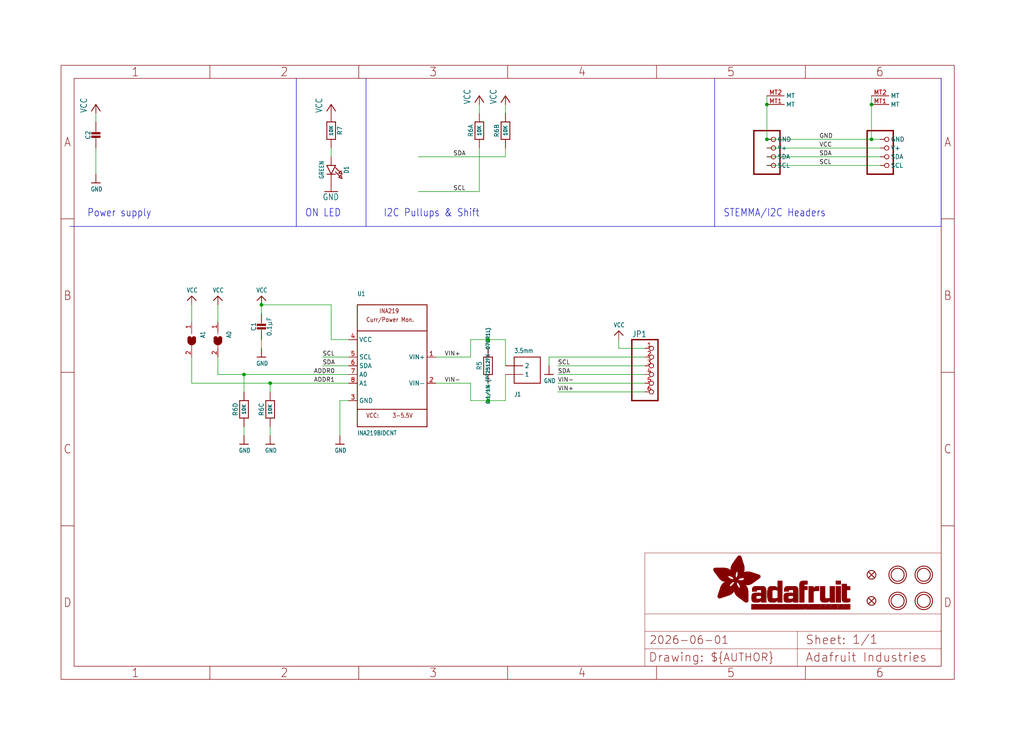
<source format=kicad_sch>
(kicad_sch (version 20230121) (generator eeschema)
  (paper "User" 298.45 217.322)
  (lib_symbols
    (symbol "working-eagle-import:CAP_CERAMIC0603_NO"
      (property "Reference" "C" (at -2.29 1.25 90))
      (symbol "CAP_CERAMIC0603_NO_1_0"
        (pin passive line (at 0 5.08 270) (length 2.54) (name "1") (number "1"))
        (pin passive line (at 0 -2.54 90) (length 2.54) (name "2") (number "2"))
      )
    )
    (symbol "working-eagle-import:CAP_CERAMIC0805-NOOUTLINE"
      (property "Reference" "C" (at -2.29 1.25 90))
      (symbol "CAP_CERAMIC0805-NOOUTLINE_1_0"
        (pin passive line (at 0 5.08 270) (length 2.54) (name "1") (number "1"))
        (pin passive line (at 0 -2.54 90) (length 2.54) (name "2") (number "2"))
      )
    )
    (symbol "working-eagle-import:FIDUCIAL_1MM")
    (symbol "working-eagle-import:FRAME_A4_ADAFRUIT"
      (symbol "FRAME_A4_ADAFRUIT_1_0"
        (text "${#}/${##}" (at 230.505 10.16 0) (effects (font (size 2.54 2.54)) (justify left bottom)))
        (text "${AUTHOR}" (at 189.23 5.08 0) (effects (font (size 2.286 2.286)) (justify left bottom)))
        (text "${CURRENT_DATE}" (at 171.45 10.16 0) (effects (font (size 2.286 2.286)) (justify left bottom)))
        (text "${PROJECTNAME}" (at 171.45 15.24 0) (effects (font (size 2.54 2.54)) (justify left bottom)))
        (text "1" (at 21.6958 1.905 0) (effects (font (size 2.54 2.286))))
        (text "1" (at 21.6958 177.165 0) (effects (font (size 2.54 2.286))))
        (text "2" (at 65.0875 1.905 0) (effects (font (size 2.54 2.286))))
        (text "2" (at 65.0875 177.165 0) (effects (font (size 2.54 2.286))))
        (text "3" (at 108.4792 1.905 0) (effects (font (size 2.54 2.286))))
        (text "3" (at 108.4792 177.165 0) (effects (font (size 2.54 2.286))))
        (text "4" (at 151.8708 1.905 0) (effects (font (size 2.54 2.286))))
        (text "4" (at 151.8708 177.165 0) (effects (font (size 2.54 2.286))))
        (text "5" (at 195.2625 1.905 0) (effects (font (size 2.54 2.286))))
        (text "5" (at 195.2625 177.165 0) (effects (font (size 2.54 2.286))))
        (text "6" (at 238.6542 1.905 0) (effects (font (size 2.54 2.286))))
        (text "6" (at 238.6542 177.165 0) (effects (font (size 2.54 2.286))))
        (text "A" (at 1.905 156.6863 0) (effects (font (size 2.54 2.286))))
        (text "A" (at 258.445 156.6863 0) (effects (font (size 2.54 2.286))))
        (text "Adafruit Industries" (at 216.916 4.953 0) (effects (font (size 2.54 2.54)) (justify left bottom)))
        (text "B" (at 1.905 111.9188 0) (effects (font (size 2.54 2.286))))
        (text "B" (at 258.445 111.9188 0) (effects (font (size 2.54 2.286))))
        (text "C" (at 1.905 67.1513 0) (effects (font (size 2.54 2.286))))
        (text "C" (at 258.445 67.1513 0) (effects (font (size 2.54 2.286))))
        (text "D" (at 1.905 22.3838 0) (effects (font (size 2.54 2.286))))
        (text "D" (at 258.445 22.3838 0) (effects (font (size 2.54 2.286))))
        (text "Drawing:" (at 171.196 4.953 0) (effects (font (size 2.54 2.54)) (justify left bottom)))
        (text "Sheet:" (at 216.916 10.033 0) (effects (font (size 2.54 2.54)) (justify left bottom)))
      )
    )
    (symbol "working-eagle-import:GND" (power)
      (property "Value" "GND" (at -1.524 -2.54 0))
      (symbol "GND_1_0"
        (pin power_in line (at 0 2.54 270) (length 2.54) (name "GND") (number "1"))
      )
    )
    (symbol "working-eagle-import:HEADER-1X670MIL"
      (property "Reference" "JP" (at -6.35 10.795 0))
      (symbol "HEADER-1X670MIL_1_0"
        (pin passive inverted (at -2.54 7.62 0) (length 2.54) (name "1") (number "1"))
        (pin passive inverted (at -2.54 5.08 0) (length 2.54) (name "2") (number "2"))
        (pin passive inverted (at -2.54 2.54 0) (length 2.54) (name "3") (number "3"))
        (pin passive inverted (at -2.54 0 0) (length 2.54) (name "4") (number "4"))
        (pin passive inverted (at -2.54 -2.54 0) (length 2.54) (name "5") (number "5"))
        (pin passive inverted (at -2.54 -5.08 0) (length 2.54) (name "6") (number "6"))
      )
    )
    (symbol "working-eagle-import:INA219"
      (property "Reference" "U" (at -10.16 20.32 0))
      (symbol "INA219_1_0"
        (text "3-5.5V" (at 0 -15.24 0) (effects (font (size 1.27 1.0795)) (justify left bottom)))
        (text "Curr/Power Mon." (at -7.62 12.7 0) (effects (font (size 1.27 1.0795)) (justify left bottom)))
        (text "INA219" (at -3.81 15.24 0) (effects (font (size 1.27 1.0795)) (justify left bottom)))
        (text "VCC:" (at -7.62 -15.24 0) (effects (font (size 1.27 1.0795)) (justify left bottom)))
        (pin bidirectional line (at 12.7 2.54 180) (length 2.54) (name "VIN+") (number "1"))
        (pin bidirectional line (at 12.7 -5.08 180) (length 2.54) (name "VIN-") (number "2"))
        (pin power_in line (at -12.7 -10.16 0) (length 2.54) (name "GND") (number "3"))
        (pin power_in line (at -12.7 7.62 0) (length 2.54) (name "VCC") (number "4"))
        (pin bidirectional line (at -12.7 2.54 0) (length 2.54) (name "SCL") (number "5"))
        (pin bidirectional line (at -12.7 0 0) (length 2.54) (name "SDA") (number "6"))
        (pin bidirectional line (at -12.7 -2.54 0) (length 2.54) (name "A0") (number "7"))
        (pin bidirectional line (at -12.7 -5.08 0) (length 2.54) (name "A1") (number "8"))
      )
    )
    (symbol "working-eagle-import:LED0603_NOOUTLINE"
      (property "Reference" "D" (at -1.27 4.445 0))
      (symbol "LED0603_NOOUTLINE_1_0"
        (pin passive line (at -5.08 0 0) (length 2.54) (name "A") (number "A"))
        (pin passive line (at 2.54 0 180) (length 2.54) (name "C") (number "C"))
      )
    )
    (symbol "working-eagle-import:MOUNTINGHOLE2.5")
    (symbol "working-eagle-import:RESISTOR2512"
      (property "Reference" "R" (at 0 2.54 0))
      (symbol "RESISTOR2512_1_0"
        (pin passive line (at -5.08 0 0) (length 2.54) (name "1") (number "1"))
        (pin passive line (at 5.08 0 180) (length 2.54) (name "2") (number "2"))
      )
    )
    (symbol "working-eagle-import:RESISTOR_0603_NOOUT"
      (property "Reference" "R" (at 0 2.54 0))
      (symbol "RESISTOR_0603_NOOUT_1_0"
        (pin passive line (at -5.08 0 0) (length 2.54) (name "1") (number "1"))
        (pin passive line (at 5.08 0 180) (length 2.54) (name "2") (number "2"))
      )
    )
    (symbol "working-eagle-import:RESISTOR_4PACK"
      (property "Reference" "R" (at 0 2.54 0))
      (symbol "RESISTOR_4PACK_1_0"
        (pin passive line (at -5.08 0 0) (length 2.54) (name "1") (number "1"))
        (pin passive line (at 5.08 0 180) (length 2.54) (name "2") (number "8"))
      )
      (symbol "RESISTOR_4PACK_2_0"
        (pin passive line (at -5.08 0 0) (length 2.54) (name "1") (number "2"))
        (pin passive line (at 5.08 0 180) (length 2.54) (name "2") (number "7"))
      )
      (symbol "RESISTOR_4PACK_3_0"
        (pin passive line (at -5.08 0 0) (length 2.54) (name "1") (number "3"))
        (pin passive line (at 5.08 0 180) (length 2.54) (name "2") (number "6"))
      )
      (symbol "RESISTOR_4PACK_4_0"
        (pin passive line (at -5.08 0 0) (length 2.54) (name "1") (number "4"))
        (pin passive line (at 5.08 0 180) (length 2.54) (name "2") (number "5"))
      )
    )
    (symbol "working-eagle-import:SOLDERJUMPERREFLOW_NOPASTE"
      (property "Reference" "SJ" (at -2.54 2.54 0))
      (symbol "SOLDERJUMPERREFLOW_NOPASTE_1_0"
        (pin passive line (at -5.08 0 0) (length 2.54) (name "1") (number "1"))
        (pin passive line (at 5.08 0 180) (length 2.54) (name "2") (number "2"))
      )
    )
    (symbol "working-eagle-import:STEMMA_I2C_QT"
      (symbol "STEMMA_I2C_QT_1_0"
        (pin passive inverted (at 0 5.08 0) (length 2.54) (name "GND") (number "1"))
        (pin passive inverted (at 0 2.54 0) (length 2.54) (name "V+") (number "2"))
        (pin passive inverted (at 0 0 0) (length 2.54) (name "SDA") (number "3"))
        (pin passive inverted (at 0 -2.54 0) (length 2.54) (name "SCL") (number "4"))
      )
      (symbol "STEMMA_I2C_QT_2_0"
        (pin bidirectional line (at 0 0 0) (length 5.08) (name "MT") (number "MT1"))
      )
      (symbol "STEMMA_I2C_QT_3_0"
        (pin bidirectional line (at 0 0 0) (length 5.08) (name "MT") (number "MT2"))
      )
    )
    (symbol "working-eagle-import:TERMBLOCK_1X2_3.5MM"
      (property "Reference" "X" (at -2.54 7.62 0))
      (symbol "TERMBLOCK_1X2_3.5MM_1_0"
        (pin passive line (at -5.08 2.54 0) (length 5.08) (name "1") (number "1"))
        (pin passive line (at -5.08 0 0) (length 5.08) (name "2") (number "2"))
      )
    )
    (symbol "working-eagle-import:VCC" (power)
      (property "Value" "VCC" (at -1.524 1.016 0))
      (symbol "VCC_1_0"
        (pin power_in line (at 0 -2.54 90) (length 2.54) (name "VCC") (number "1"))
      )
    )
    (symbol "working-eagle-import:supply1_GND" (power)
      (property "Value" "supply1_GND" (at -2.54 -2.54 0))
      (symbol "supply1_GND_1_0"
        (pin power_in line (at 0 2.54 270) (length 2.54) (name "GND") (number "1"))
      )
    )
    (symbol "working-eagle-import:supply1_VCC" (power)
      (property "Value" "supply1_VCC" (at -2.54 -2.54 90))
      (symbol "supply1_VCC_1_0"
        (pin power_in line (at 0 -2.54 90) (length 2.54) (name "VCC") (number "1"))
      )
    )
  )
  (junction (at 78.74 111.76))
  (junction (at 142.24 116.84))
  (junction (at 254 40.64))
  (junction (at 76.2 88.9))
  (junction (at 254 30.48))
  (junction (at 223.52 40.64))
  (junction (at 223.52 30.48))
  (junction (at 142.24 99.06))
  (junction (at 71.12 109.22))
  (wire (pts (xy 63.5 93.98) (xy 63.5 88.9)) (stroke (width 0.1524)))
  (wire (pts (xy 254 30.48) (xy 254 40.64)) (stroke (width 0.1524)))
  (wire (pts (xy 127 111.76) (xy 137.16 111.76)) (stroke (width 0.1524)))
  (wire (pts (xy 147.32 106.68) (xy 147.32 99.06)) (stroke (width 0.1524)))
  (wire (pts (xy 142.24 116.84) (xy 147.32 116.84)) (stroke (width 0.1524)))
  (wire (pts (xy 187.96 104.14) (xy 160.02 104.14)) (stroke (width 0.1524)))
  (wire (pts (xy 223.52 30.48) (xy 223.52 40.64)) (stroke (width 0.1524)))
  (wire (pts (xy 223.52 43.18) (xy 256.54 43.18)) (stroke (width 0.1524)))
  (wire (pts (xy 187.96 101.6) (xy 180.34 101.6)) (stroke (width 0.1524)))
  (wire (pts (xy 27.94 33.02) (xy 27.94 35.56)) (stroke (width 0.1524)))
  (wire (pts (xy 96.52 45.72) (xy 96.52 43.18)) (stroke (width 0.1524)))
  (wire (pts (xy 147.32 43.18) (xy 147.32 45.72)) (stroke (width 0.1524)))
  (wire (pts (xy 71.12 109.22) (xy 63.5 109.22)) (stroke (width 0.1524)))
  (wire (pts (xy 101.6 116.84) (xy 99.06 116.84)) (stroke (width 0.1524)))
  (wire (pts (xy 142.24 116.84) (xy 142.24 111.76)) (stroke (width 0.1524)))
  (wire (pts (xy 71.12 124.46) (xy 71.12 127)) (stroke (width 0.1524)))
  (wire (pts (xy 101.6 99.06) (xy 96.52 99.06)) (stroke (width 0.1524)))
  (wire (pts (xy 223.52 48.26) (xy 256.54 48.26)) (stroke (width 0.1524)))
  (polyline (pts (xy 274.32 22.86) (xy 274.32 66.04)) (stroke (width 0.1524) (type solid)))
  (wire (pts (xy 96.52 99.06) (xy 96.52 88.9)) (stroke (width 0.1524)))
  (wire (pts (xy 160.02 104.14) (xy 160.02 106.68)) (stroke (width 0.1524)))
  (wire (pts (xy 55.88 111.76) (xy 55.88 104.14)) (stroke (width 0.1524)))
  (wire (pts (xy 137.16 116.84) (xy 142.24 116.84)) (stroke (width 0.1524)))
  (wire (pts (xy 76.2 88.9) (xy 76.2 91.44)) (stroke (width 0.1524)))
  (wire (pts (xy 78.74 111.76) (xy 55.88 111.76)) (stroke (width 0.1524)))
  (wire (pts (xy 27.94 50.8) (xy 27.94 43.18)) (stroke (width 0.1524)))
  (polyline (pts (xy 208.28 66.04) (xy 274.32 66.04)) (stroke (width 0.1524) (type solid)))
  (wire (pts (xy 71.12 109.22) (xy 71.12 114.3)) (stroke (width 0.1524)))
  (wire (pts (xy 139.7 43.18) (xy 139.7 55.88)) (stroke (width 0.1524)))
  (polyline (pts (xy 20.32 66.04) (xy 86.36 66.04)) (stroke (width 0.1524) (type solid)))
  (wire (pts (xy 223.52 27.94) (xy 223.52 30.48)) (stroke (width 0.1524)))
  (wire (pts (xy 147.32 99.06) (xy 142.24 99.06)) (stroke (width 0.1524)))
  (polyline (pts (xy 208.28 22.86) (xy 208.28 66.04)) (stroke (width 0.1524) (type solid)))
  (wire (pts (xy 101.6 104.14) (xy 93.98 104.14)) (stroke (width 0.1524)))
  (wire (pts (xy 147.32 116.84) (xy 147.32 109.22)) (stroke (width 0.1524)))
  (wire (pts (xy 101.6 106.68) (xy 93.98 106.68)) (stroke (width 0.1524)))
  (wire (pts (xy 139.7 30.48) (xy 139.7 33.02)) (stroke (width 0.1524)))
  (wire (pts (xy 78.74 124.46) (xy 78.74 127)) (stroke (width 0.1524)))
  (wire (pts (xy 127 104.14) (xy 137.16 104.14)) (stroke (width 0.1524)))
  (wire (pts (xy 187.96 106.68) (xy 162.56 106.68)) (stroke (width 0.1524)))
  (wire (pts (xy 254 27.94) (xy 254 30.48)) (stroke (width 0.1524)))
  (wire (pts (xy 147.32 45.72) (xy 121.92 45.72)) (stroke (width 0.1524)))
  (wire (pts (xy 137.16 104.14) (xy 137.16 99.06)) (stroke (width 0.1524)))
  (wire (pts (xy 254 40.64) (xy 223.52 40.64)) (stroke (width 0.1524)))
  (polyline (pts (xy 106.68 22.86) (xy 106.68 66.04)) (stroke (width 0.1524) (type solid)))
  (wire (pts (xy 137.16 99.06) (xy 142.24 99.06)) (stroke (width 0.1524)))
  (wire (pts (xy 63.5 109.22) (xy 63.5 104.14)) (stroke (width 0.1524)))
  (wire (pts (xy 142.24 99.06) (xy 142.24 101.6)) (stroke (width 0.1524)))
  (wire (pts (xy 99.06 116.84) (xy 99.06 127)) (stroke (width 0.1524)))
  (wire (pts (xy 101.6 111.76) (xy 78.74 111.76)) (stroke (width 0.1524)))
  (polyline (pts (xy 106.68 66.04) (xy 208.28 66.04)) (stroke (width 0.1524) (type solid)))
  (polyline (pts (xy 86.36 66.04) (xy 106.68 66.04)) (stroke (width 0.1524) (type solid)))
  (wire (pts (xy 96.52 88.9) (xy 76.2 88.9)) (stroke (width 0.1524)))
  (wire (pts (xy 76.2 99.06) (xy 76.2 101.6)) (stroke (width 0.1524)))
  (polyline (pts (xy 86.36 22.86) (xy 86.36 66.04)) (stroke (width 0.1524) (type solid)))
  (wire (pts (xy 187.96 114.3) (xy 162.56 114.3)) (stroke (width 0.1524)))
  (wire (pts (xy 137.16 111.76) (xy 137.16 116.84)) (stroke (width 0.1524)))
  (wire (pts (xy 256.54 45.72) (xy 223.52 45.72)) (stroke (width 0.1524)))
  (wire (pts (xy 55.88 93.98) (xy 55.88 88.9)) (stroke (width 0.1524)))
  (wire (pts (xy 78.74 111.76) (xy 78.74 114.3)) (stroke (width 0.1524)))
  (wire (pts (xy 101.6 109.22) (xy 71.12 109.22)) (stroke (width 0.1524)))
  (wire (pts (xy 187.96 109.22) (xy 162.56 109.22)) (stroke (width 0.1524)))
  (wire (pts (xy 180.34 101.6) (xy 180.34 99.06)) (stroke (width 0.1524)))
  (wire (pts (xy 187.96 111.76) (xy 162.56 111.76)) (stroke (width 0.1524)))
  (wire (pts (xy 256.54 40.64) (xy 254 40.64)) (stroke (width 0.1524)))
  (wire (pts (xy 139.7 55.88) (xy 121.92 55.88)) (stroke (width 0.1524)))
  (wire (pts (xy 147.32 33.02) (xy 147.32 30.48)) (stroke (width 0.1524)))
  (text "ON LED" (at 88.9 63.5 0) (effects (font (size 2.1844 1.8567)) (justify left bottom)))
  (text "STEMMA/I2C Headers" (at 210.82 63.5 0) (effects (font (size 2.1844 1.8567)) (justify left bottom)))
  (text "Power supply" (at 25.4 63.5 0) (effects (font (size 2.1844 1.8567)) (justify left bottom)))
  (text "I2C Pullups & Shift" (at 111.76 63.5 0) (effects (font (size 2.1844 1.8567)) (justify left bottom)))
  (label "SDA" (at 162.56 109.22 0) (effects (font (size 1.2446 1.2446))))
  (label "VIN-" (at 162.56 111.76 0) (effects (font (size 1.2446 1.2446))))
  (label "ADDR0" (at 91.44 109.22 0) (effects (font (size 1.2446 1.2446))))
  (label "SCL" (at 162.56 106.68 0) (effects (font (size 1.2446 1.2446))))
  (label "SDA" (at 132.08 45.72 0) (effects (font (size 1.2446 1.2446))))
  (label "SCL" (at 132.08 55.88 0) (effects (font (size 1.2446 1.2446))))
  (label "ADDR1" (at 91.44 111.76 0) (effects (font (size 1.2446 1.2446))))
  (label "VIN-" (at 129.54 111.76 0) (effects (font (size 1.2446 1.2446))))
  (label "SCL" (at 93.98 104.14 0) (effects (font (size 1.2446 1.2446))))
  (label "SCL" (at 238.76 48.26 0) (effects (font (size 1.2446 1.2446))))
  (label "VIN+" (at 162.56 114.3 0) (effects (font (size 1.2446 1.2446))))
  (label "VCC" (at 238.76 43.18 0) (effects (font (size 1.2446 1.2446))))
  (label "SDA" (at 93.98 106.68 0) (effects (font (size 1.2446 1.2446))))
  (label "SDA" (at 238.76 45.72 0) (effects (font (size 1.2446 1.2446))))
  (label "VIN+" (at 129.54 104.14 0) (effects (font (size 1.2446 1.2446))))
  (label "GND" (at 238.76 40.64 0) (effects (font (size 1.2446 1.2446))))
  (symbol (lib_id "working-eagle-import:CAP_CERAMIC0805-NOOUTLINE") (at 27.94 40.64 0) (unit 1)
    (property "Reference" "C2" (at 25.65 39.39 90))
    (property "Value" "10uF" (effects hide))
    (property "Footprint" "working:0805-NO" (effects hide))
  )
  (symbol (lib_id "working-eagle-import:GND") (at 27.94 53.34 0) (unit 1)
    (property "Reference" "#U$13" (effects hide))
    (property "Value" "GND" (at 26.416 55.88 0) (effects (font (size 1.27 1.0795)) (justify left bottom)))
  )
  (symbol (lib_id "working-eagle-import:MOUNTINGHOLE2.5") (at 269.24 175.26 0) (unit 1)
    (property "Reference" "U$27" (effects hide))
    (property "Value" "MOUNTINGHOLE2.5" (effects hide))
    (property "Footprint" "working:MOUNTINGHOLE_2.5_PLATED" (effects hide))
  )
  (symbol (lib_id "working-eagle-import:GND") (at 71.12 129.54 0) (unit 1)
    (property "Reference" "#U$2" (effects hide))
    (property "Value" "GND" (at 69.596 132.08 0) (effects (font (size 1.27 1.0795)) (justify left bottom)))
  )
  (symbol (lib_id "working-eagle-import:GND") (at 99.06 129.54 0) (unit 1)
    (property "Reference" "#U$4" (effects hide))
    (property "Value" "GND" (at 97.536 132.08 0) (effects (font (size 1.27 1.0795)) (justify left bottom)))
  )
  (symbol (lib_id "working-eagle-import:FRAME_A4_ADAFRUIT") (at 17.78 198.12 0) (unit 1)
    (property "Reference" "#U$22" (effects hide))
    (property "Value" "FRAME_A4_ADAFRUIT" (effects hide))
  )
  (symbol (lib_id "working-eagle-import:STEMMA_I2C_QT") (at 223.52 27.94 0) (unit 3)
    (property "Reference" "CONN3" (effects hide))
    (property "Value" "STEMMA_I2C_QT" (effects hide))
    (property "Footprint" "working:JST_SH4" (effects hide))
  )
  (symbol (lib_id "working-eagle-import:GND") (at 160.02 109.22 0) (unit 1)
    (property "Reference" "#U$6" (effects hide))
    (property "Value" "GND" (at 158.496 111.76 0) (effects (font (size 1.27 1.0795)) (justify left bottom)))
  )
  (symbol (lib_id "working-eagle-import:supply1_VCC") (at 139.7 27.94 0) (unit 1)
    (property "Reference" "#P+7" (effects hide))
    (property "Value" "VCC" (at 137.16 30.48 90) (effects (font (size 1.778 1.5113)) (justify left bottom)))
  )
  (symbol (lib_id "working-eagle-import:VCC") (at 55.88 86.36 0) (unit 1)
    (property "Reference" "#P+1" (effects hide))
    (property "Value" "VCC" (at 54.356 85.344 0) (effects (font (size 1.27 1.0795)) (justify left bottom)))
  )
  (symbol (lib_id "working-eagle-import:FIDUCIAL_1MM") (at 254 167.64 0) (unit 1)
    (property "Reference" "FID4" (effects hide))
    (property "Value" "FIDUCIAL_1MM" (effects hide))
    (property "Footprint" "working:FIDUCIAL_1MM" (effects hide))
  )
  (symbol (lib_id "working-eagle-import:STEMMA_I2C_QT") (at 256.54 45.72 0) (unit 1)
    (property "Reference" "CONN4" (effects hide))
    (property "Value" "STEMMA_I2C_QT" (effects hide))
    (property "Footprint" "working:JST_SH4" (effects hide))
  )
  (symbol (lib_id "working-eagle-import:STEMMA_I2C_QT") (at 254 30.48 0) (unit 2)
    (property "Reference" "CONN4" (effects hide))
    (property "Value" "STEMMA_I2C_QT" (effects hide))
    (property "Footprint" "working:JST_SH4" (effects hide))
  )
  (symbol (lib_id "working-eagle-import:SOLDERJUMPERREFLOW_NOPASTE") (at 55.88 99.06 270) (unit 1)
    (property "Reference" "A1" (at 58.42 96.52 0) (effects (font (size 1.27 1.0795)) (justify left bottom)))
    (property "Value" "SOLDERJUMPERREFLOW_NOPASTE" (effects hide))
    (property "Footprint" "working:SOLDERJUMPER_REFLOW_NOPASTE" (effects hide))
  )
  (symbol (lib_id "working-eagle-import:SOLDERJUMPERREFLOW_NOPASTE") (at 63.5 99.06 270) (unit 1)
    (property "Reference" "A0" (at 66.04 96.52 0) (effects (font (size 1.27 1.0795)) (justify left bottom)))
    (property "Value" "SOLDERJUMPERREFLOW_NOPASTE" (effects hide))
    (property "Footprint" "working:SOLDERJUMPER_REFLOW_NOPASTE" (effects hide))
  )
  (symbol (lib_id "working-eagle-import:GND") (at 78.74 129.54 0) (unit 1)
    (property "Reference" "#U$3" (effects hide))
    (property "Value" "GND" (at 77.216 132.08 0) (effects (font (size 1.27 1.0795)) (justify left bottom)))
  )
  (symbol (lib_id "working-eagle-import:RESISTOR_4PACK") (at 147.32 38.1 90) (unit 2)
    (property "Reference" "R6" (at 144.78 38.1 0))
    (property "Value" "10K" (at 147.32 38.1 0) (effects (font (size 1.016 1.016) bold)))
    (property "Footprint" "working:RESPACK_4X0603" (effects hide))
  )
  (symbol (lib_id "working-eagle-import:HEADER-1X670MIL") (at 190.5 109.22 0) (unit 1)
    (property "Reference" "JP1" (at 184.15 98.425 0) (effects (font (size 1.778 1.5113)) (justify left bottom)))
    (property "Value" "HEADER-1X670MIL" (effects hide))
    (property "Footprint" "working:1X06_ROUND_70" (effects hide))
  )
  (symbol (lib_id "working-eagle-import:STEMMA_I2C_QT") (at 223.52 45.72 0) (unit 1)
    (property "Reference" "CONN3" (effects hide))
    (property "Value" "STEMMA_I2C_QT" (effects hide))
    (property "Footprint" "working:JST_SH4" (effects hide))
  )
  (symbol (lib_id "working-eagle-import:VCC") (at 76.2 86.36 0) (unit 1)
    (property "Reference" "#P+3" (effects hide))
    (property "Value" "VCC" (at 74.676 85.344 0) (effects (font (size 1.27 1.0795)) (justify left bottom)))
  )
  (symbol (lib_id "working-eagle-import:STEMMA_I2C_QT") (at 254 27.94 0) (unit 3)
    (property "Reference" "CONN4" (effects hide))
    (property "Value" "STEMMA_I2C_QT" (effects hide))
    (property "Footprint" "working:JST_SH4" (effects hide))
  )
  (symbol (lib_id "working-eagle-import:RESISTOR2512") (at 142.24 106.68 90) (unit 1)
    (property "Reference" "R5" (at 139.7 106.68 0))
    (property "Value" "0.1/1% (PT2512FK-070R1L)" (at 142.24 106.68 0) (effects (font (size 1.016 1.016) bold)))
    (property "Footprint" "working:2512" (effects hide))
  )
  (symbol (lib_id "working-eagle-import:RESISTOR_4PACK") (at 78.74 119.38 90) (unit 3)
    (property "Reference" "R6" (at 76.2 119.38 0))
    (property "Value" "10K" (at 78.74 119.38 0) (effects (font (size 1.016 1.016) bold)))
    (property "Footprint" "working:RESPACK_4X0603" (effects hide))
  )
  (symbol (lib_id "working-eagle-import:VCC") (at 63.5 86.36 0) (unit 1)
    (property "Reference" "#P+2" (effects hide))
    (property "Value" "VCC" (at 61.976 85.344 0) (effects (font (size 1.27 1.0795)) (justify left bottom)))
  )
  (symbol (lib_id "working-eagle-import:VCC") (at 180.34 96.52 0) (unit 1)
    (property "Reference" "#P+4" (effects hide))
    (property "Value" "VCC" (at 178.816 95.504 0) (effects (font (size 1.27 1.0795)) (justify left bottom)))
  )
  (symbol (lib_id "working-eagle-import:MOUNTINGHOLE2.5") (at 261.62 167.64 0) (unit 1)
    (property "Reference" "U$21" (effects hide))
    (property "Value" "MOUNTINGHOLE2.5" (effects hide))
    (property "Footprint" "working:MOUNTINGHOLE_2.5_PLATED" (effects hide))
  )
  (symbol (lib_id "working-eagle-import:supply1_GND") (at 96.52 55.88 0) (unit 1)
    (property "Reference" "#GND6" (effects hide))
    (property "Value" "GND" (at 93.98 58.42 0) (effects (font (size 1.778 1.5113)) (justify left bottom)))
  )
  (symbol (lib_id "working-eagle-import:INA219") (at 114.3 106.68 0) (unit 1)
    (property "Reference" "U1" (at 104.14 86.36 0) (effects (font (size 1.27 1.0795)) (justify left bottom)))
    (property "Value" "INA219BIDCNT" (at 104.14 127 0) (effects (font (size 1.27 1.0795)) (justify left bottom)))
    (property "Footprint" "working:SOT23-8" (effects hide))
  )
  (symbol (lib_id "working-eagle-import:CAP_CERAMIC0603_NO") (at 76.2 96.52 0) (unit 1)
    (property "Reference" "C1" (at 73.91 95.27 90))
    (property "Value" "0.1µF" (at 78.5 95.27 90))
    (property "Footprint" "working:0603-NO" (effects hide))
  )
  (symbol (lib_id "working-eagle-import:LED0603_NOOUTLINE") (at 96.52 50.8 270) (unit 1)
    (property "Reference" "D1" (at 100.965 49.53 0) (effects (font (size 1.27 1.0795))))
    (property "Value" "GREEN" (at 93.726 49.53 0) (effects (font (size 1.27 1.0795))))
    (property "Footprint" "working:CHIPLED_0603_NOOUTLINE" (effects hide))
  )
  (symbol (lib_id "working-eagle-import:STEMMA_I2C_QT") (at 223.52 30.48 0) (unit 2)
    (property "Reference" "CONN3" (effects hide))
    (property "Value" "STEMMA_I2C_QT" (effects hide))
    (property "Footprint" "working:JST_SH4" (effects hide))
  )
  (symbol (lib_id "working-eagle-import:FIDUCIAL_1MM") (at 254 175.26 0) (unit 1)
    (property "Reference" "FID3" (effects hide))
    (property "Value" "FIDUCIAL_1MM" (effects hide))
    (property "Footprint" "working:FIDUCIAL_1MM" (effects hide))
  )
  (symbol (lib_id "working-eagle-import:GND") (at 76.2 104.14 0) (unit 1)
    (property "Reference" "#U$5" (effects hide))
    (property "Value" "GND" (at 74.676 106.68 0) (effects (font (size 1.27 1.0795)) (justify left bottom)))
  )
  (symbol (lib_id "working-eagle-import:RESISTOR_0603_NOOUT") (at 96.52 38.1 270) (unit 1)
    (property "Reference" "R7" (at 99.06 38.1 0))
    (property "Value" "10K" (at 96.52 38.1 0) (effects (font (size 1.016 1.016) bold)))
    (property "Footprint" "working:0603-NO" (effects hide))
  )
  (symbol (lib_id "working-eagle-import:RESISTOR_4PACK") (at 139.7 38.1 90) (unit 1)
    (property "Reference" "R6" (at 137.16 38.1 0))
    (property "Value" "10K" (at 139.7 38.1 0) (effects (font (size 1.016 1.016) bold)))
    (property "Footprint" "working:RESPACK_4X0603" (effects hide))
  )
  (symbol (lib_id "working-eagle-import:supply1_VCC") (at 27.94 30.48 0) (unit 1)
    (property "Reference" "#P+9" (effects hide))
    (property "Value" "VCC" (at 25.4 33.02 90) (effects (font (size 1.778 1.5113)) (justify left bottom)))
  )
  (symbol (lib_id "working-eagle-import:supply1_VCC") (at 147.32 27.94 0) (unit 1)
    (property "Reference" "#P+8" (effects hide))
    (property "Value" "VCC" (at 144.78 30.48 90) (effects (font (size 1.778 1.5113)) (justify left bottom)))
  )
  (symbol (lib_id "working-eagle-import:supply1_VCC") (at 96.52 30.48 0) (unit 1)
    (property "Reference" "#P+5" (effects hide))
    (property "Value" "VCC" (at 93.98 33.02 90) (effects (font (size 1.778 1.5113)) (justify left bottom)))
  )
  (symbol (lib_id "working-eagle-import:TERMBLOCK_1X2_3.5MM") (at 152.4 106.68 0) (mirror x) (unit 1)
    (property "Reference" "J1" (at 149.86 114.3 0) (effects (font (size 1.27 1.0795)) (justify left bottom)))
    (property "Value" "3.5mm" (at 149.86 101.6 0) (effects (font (size 1.27 1.0795)) (justify left bottom)))
    (property "Footprint" "working:TERMBLOCK_1X2-3.5MM" (effects hide))
  )
  (symbol (lib_id "working-eagle-import:RESISTOR_4PACK") (at 71.12 119.38 90) (unit 4)
    (property "Reference" "R6" (at 68.58 119.38 0))
    (property "Value" "10K" (at 71.12 119.38 0) (effects (font (size 1.016 1.016) bold)))
    (property "Footprint" "working:RESPACK_4X0603" (effects hide))
  )
  (symbol (lib_id "working-eagle-import:MOUNTINGHOLE2.5") (at 261.62 175.26 0) (unit 1)
    (property "Reference" "U$20" (effects hide))
    (property "Value" "MOUNTINGHOLE2.5" (effects hide))
    (property "Footprint" "working:MOUNTINGHOLE_2.5_PLATED" (effects hide))
  )
  (symbol (lib_id "working-eagle-import:MOUNTINGHOLE2.5") (at 269.24 167.64 0) (unit 1)
    (property "Reference" "U$25" (effects hide))
    (property "Value" "MOUNTINGHOLE2.5" (effects hide))
    (property "Footprint" "working:MOUNTINGHOLE_2.5_PLATED" (effects hide))
  )
)
</source>
